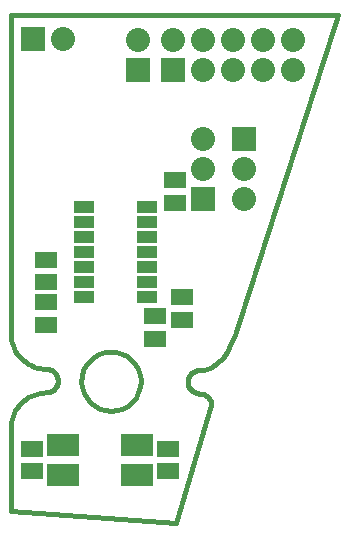
<source format=gts>
G04 (created by PCBNEW-RS274X (2012-01-19 BZR 3256)-stable) date 21-08-2012 21:19:18*
G01*
G70*
G90*
%MOIN*%
G04 Gerber Fmt 3.4, Leading zero omitted, Abs format*
%FSLAX34Y34*%
G04 APERTURE LIST*
%ADD10C,0.006000*%
%ADD11C,0.015000*%
%ADD12R,0.075000X0.055000*%
%ADD13R,0.080000X0.080000*%
%ADD14C,0.080000*%
%ADD15R,0.106600X0.075100*%
%ADD16R,0.065000X0.040000*%
G04 APERTURE END LIST*
G54D10*
G54D11*
X50413Y-33996D02*
X50610Y-33819D01*
X50256Y-34114D02*
X50413Y-33996D01*
X50197Y-34154D02*
X50256Y-34114D01*
X50098Y-34193D02*
X50197Y-34154D01*
X49980Y-34213D02*
X50098Y-34193D01*
X49843Y-34213D02*
X49980Y-34213D01*
X50768Y-33602D02*
X50610Y-33819D01*
X50906Y-33327D02*
X50768Y-33602D01*
X51024Y-33031D02*
X50906Y-33327D01*
X49843Y-34212D02*
X49809Y-34214D01*
X49775Y-34218D01*
X49742Y-34226D01*
X49709Y-34236D01*
X49677Y-34249D01*
X49647Y-34265D01*
X49618Y-34284D01*
X49590Y-34305D01*
X49565Y-34328D01*
X49542Y-34353D01*
X49521Y-34381D01*
X49502Y-34410D01*
X49486Y-34440D01*
X49473Y-34472D01*
X49463Y-34505D01*
X49455Y-34538D01*
X49451Y-34572D01*
X49449Y-34606D01*
X50237Y-35394D02*
X50235Y-35360D01*
X50231Y-35326D01*
X50223Y-35293D01*
X50213Y-35260D01*
X50200Y-35228D01*
X50184Y-35198D01*
X50165Y-35169D01*
X50144Y-35141D01*
X50121Y-35116D01*
X50096Y-35093D01*
X50068Y-35072D01*
X50040Y-35053D01*
X50009Y-35037D01*
X49977Y-35024D01*
X49944Y-35014D01*
X49911Y-35006D01*
X49877Y-35002D01*
X49843Y-35000D01*
X49449Y-34606D02*
X49451Y-34640D01*
X49455Y-34674D01*
X49463Y-34707D01*
X49473Y-34740D01*
X49486Y-34772D01*
X49502Y-34802D01*
X49521Y-34831D01*
X49542Y-34859D01*
X49565Y-34884D01*
X49590Y-34907D01*
X49618Y-34928D01*
X49647Y-34947D01*
X49677Y-34963D01*
X49709Y-34976D01*
X49742Y-34986D01*
X49775Y-34994D01*
X49809Y-34998D01*
X49843Y-35000D01*
X44724Y-34961D02*
X44622Y-34966D01*
X44519Y-34979D01*
X44419Y-35002D01*
X44321Y-35033D01*
X44225Y-35072D01*
X44134Y-35120D01*
X44047Y-35175D01*
X43965Y-35238D01*
X43889Y-35307D01*
X43820Y-35383D01*
X43757Y-35465D01*
X43702Y-35552D01*
X43654Y-35643D01*
X43615Y-35739D01*
X43584Y-35837D01*
X43561Y-35937D01*
X43548Y-36040D01*
X43543Y-36142D01*
X44724Y-34961D02*
X44758Y-34959D01*
X44792Y-34955D01*
X44825Y-34947D01*
X44858Y-34937D01*
X44890Y-34924D01*
X44921Y-34908D01*
X44949Y-34889D01*
X44977Y-34868D01*
X45002Y-34845D01*
X45025Y-34820D01*
X45046Y-34792D01*
X45065Y-34763D01*
X45081Y-34733D01*
X45094Y-34701D01*
X45104Y-34668D01*
X45112Y-34635D01*
X45116Y-34601D01*
X45118Y-34567D01*
X45118Y-34567D02*
X45116Y-34533D01*
X45112Y-34499D01*
X45104Y-34466D01*
X45094Y-34433D01*
X45081Y-34401D01*
X45065Y-34371D01*
X45046Y-34342D01*
X45025Y-34314D01*
X45002Y-34289D01*
X44977Y-34266D01*
X44949Y-34245D01*
X44921Y-34226D01*
X44890Y-34210D01*
X44858Y-34197D01*
X44825Y-34187D01*
X44792Y-34179D01*
X44758Y-34175D01*
X44724Y-34173D01*
X43543Y-32992D02*
X43548Y-33094D01*
X43561Y-33197D01*
X43584Y-33297D01*
X43615Y-33395D01*
X43654Y-33491D01*
X43702Y-33582D01*
X43757Y-33669D01*
X43820Y-33751D01*
X43889Y-33827D01*
X43965Y-33896D01*
X44047Y-33959D01*
X44134Y-34014D01*
X44225Y-34062D01*
X44321Y-34101D01*
X44419Y-34132D01*
X44519Y-34155D01*
X44622Y-34168D01*
X44724Y-34173D01*
X51024Y-33031D02*
X54449Y-22382D01*
X43543Y-32992D02*
X43543Y-22382D01*
X43543Y-22382D02*
X54449Y-22382D01*
X47878Y-34587D02*
X47859Y-34778D01*
X47803Y-34963D01*
X47712Y-35133D01*
X47591Y-35283D01*
X47442Y-35406D01*
X47272Y-35497D01*
X47088Y-35554D01*
X46896Y-35574D01*
X46705Y-35557D01*
X46520Y-35503D01*
X46350Y-35413D01*
X46199Y-35292D01*
X46075Y-35145D01*
X45982Y-34976D01*
X45924Y-34792D01*
X45903Y-34600D01*
X45919Y-34409D01*
X45972Y-34224D01*
X46060Y-34052D01*
X46180Y-33901D01*
X46327Y-33776D01*
X46495Y-33682D01*
X46678Y-33623D01*
X46870Y-33600D01*
X47061Y-33615D01*
X47247Y-33666D01*
X47419Y-33753D01*
X47571Y-33872D01*
X47697Y-34018D01*
X47792Y-34186D01*
X47853Y-34369D01*
X47877Y-34560D01*
X47878Y-34587D01*
X50236Y-35394D02*
X49055Y-39311D01*
X43543Y-38917D02*
X43543Y-36102D01*
X43543Y-38917D02*
X49055Y-39311D01*
G54D12*
X44252Y-36830D03*
X44252Y-37580D03*
X49016Y-28643D03*
X49016Y-27893D03*
X48346Y-32420D03*
X48346Y-33170D03*
X49252Y-31790D03*
X49252Y-32540D03*
X48780Y-37580D03*
X48780Y-36830D03*
X44724Y-30531D03*
X44724Y-31281D03*
X44724Y-31948D03*
X44724Y-32698D03*
G54D13*
X44303Y-23189D03*
G54D14*
X45303Y-23189D03*
G54D13*
X51339Y-26520D03*
G54D14*
X51339Y-27520D03*
X51339Y-28520D03*
G54D15*
X45276Y-37698D03*
X47756Y-37698D03*
X45276Y-36714D03*
X47756Y-36714D03*
G54D16*
X48108Y-31776D03*
X48108Y-31276D03*
X48108Y-30776D03*
X48108Y-30276D03*
X48108Y-29776D03*
X48108Y-29276D03*
X48108Y-28776D03*
X46008Y-28776D03*
X46008Y-29276D03*
X46008Y-29776D03*
X46008Y-30276D03*
X46008Y-30776D03*
X46008Y-31276D03*
X46008Y-31776D03*
G54D13*
X49961Y-28520D03*
G54D14*
X49961Y-27520D03*
X49961Y-26520D03*
G54D13*
X47795Y-24201D03*
G54D14*
X47795Y-23201D03*
G54D13*
X48945Y-24201D03*
G54D14*
X48945Y-23201D03*
X49945Y-24201D03*
X49945Y-23201D03*
X50945Y-24201D03*
X50945Y-23201D03*
X51945Y-24201D03*
X51945Y-23201D03*
X52945Y-24201D03*
X52945Y-23201D03*
M02*

</source>
